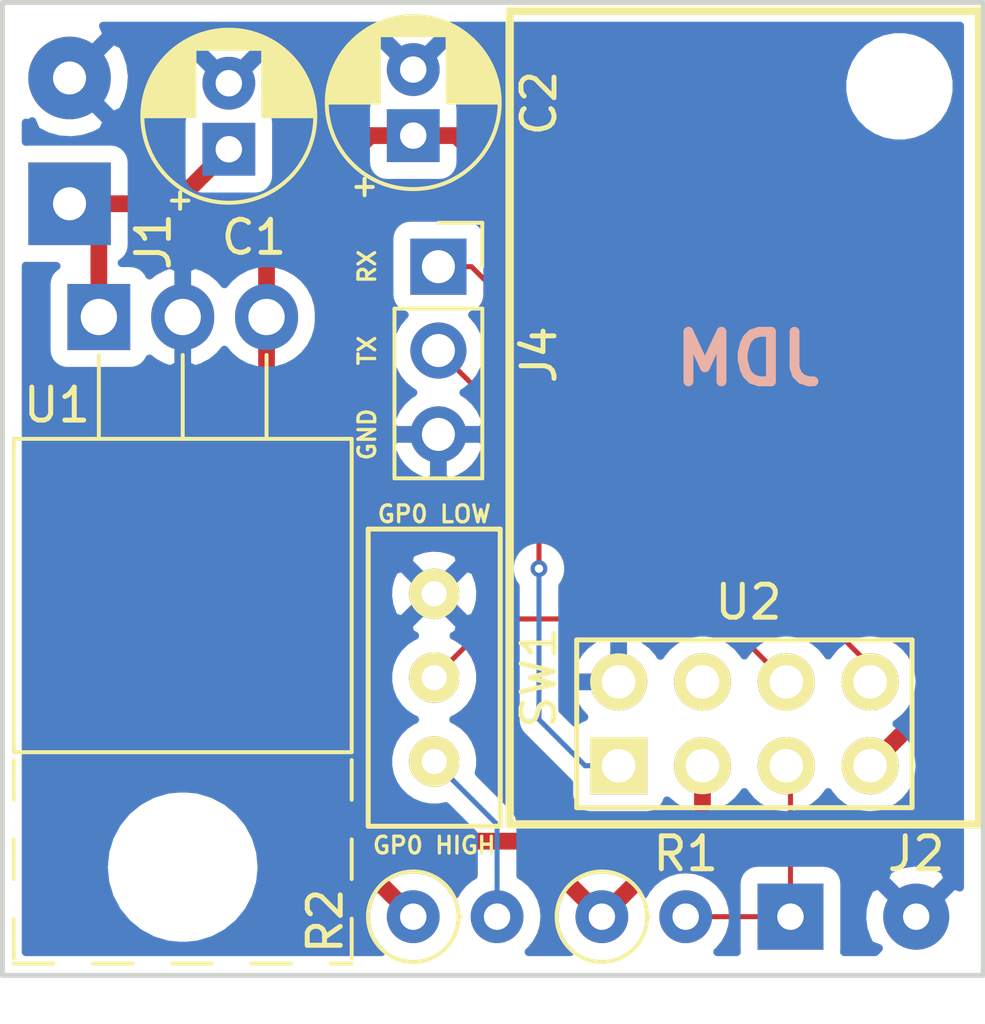
<source format=kicad_pcb>
(kicad_pcb (version 20171130) (host pcbnew "(5.1.4-0-10_14)")

  (general
    (thickness 1.6)
    (drawings 10)
    (tracks 41)
    (zones 0)
    (modules 11)
    (nets 10)
  )

  (page A4)
  (layers
    (0 F.Cu signal)
    (31 B.Cu signal)
    (34 B.Paste user)
    (35 F.Paste user)
    (36 B.SilkS user)
    (37 F.SilkS user)
    (38 B.Mask user)
    (39 F.Mask user)
    (40 Dwgs.User user)
    (41 Cmts.User user)
    (42 Eco1.User user)
    (43 Eco2.User user)
    (44 Edge.Cuts user)
    (45 Margin user)
    (46 B.CrtYd user)
    (47 F.CrtYd user)
  )

  (setup
    (last_trace_width 0.1524)
    (user_trace_width 0.254)
    (user_trace_width 0.381)
    (user_trace_width 0.508)
    (user_trace_width 0.8128)
    (trace_clearance 0.1524)
    (zone_clearance 0.508)
    (zone_45_only yes)
    (trace_min 0.1524)
    (via_size 0.508)
    (via_drill 0.254)
    (via_min_size 0.508)
    (via_min_drill 0.254)
    (uvia_size 0.508)
    (uvia_drill 0.254)
    (uvias_allowed no)
    (uvia_min_size 0.508)
    (uvia_min_drill 0.254)
    (edge_width 0.15)
    (segment_width 0.2)
    (pcb_text_width 0.3)
    (pcb_text_size 1.5 1.5)
    (mod_edge_width 0.15)
    (mod_text_size 1 1)
    (mod_text_width 0.15)
    (pad_size 1.524 1.524)
    (pad_drill 0.762)
    (pad_to_mask_clearance 0.0508)
    (solder_mask_min_width 0.1016)
    (aux_axis_origin 0 0)
    (visible_elements FFFFFF7F)
    (pcbplotparams
      (layerselection 0x010fc_ffffffff)
      (usegerberextensions false)
      (usegerberattributes false)
      (usegerberadvancedattributes false)
      (creategerberjobfile false)
      (excludeedgelayer true)
      (linewidth 0.100000)
      (plotframeref false)
      (viasonmask false)
      (mode 1)
      (useauxorigin false)
      (hpglpennumber 1)
      (hpglpenspeed 20)
      (hpglpendiameter 15.000000)
      (psnegative false)
      (psa4output false)
      (plotreference true)
      (plotvalue true)
      (plotinvisibletext false)
      (padsonsilk false)
      (subtractmaskfromsilk false)
      (outputformat 1)
      (mirror false)
      (drillshape 1)
      (scaleselection 1)
      (outputdirectory ""))
  )

  (net 0 "")
  (net 1 GND)
  (net 2 VCC)
  (net 3 +3V3)
  (net 4 /RX)
  (net 5 /TX)
  (net 6 "Net-(R2-Pad2)")
  (net 7 "Net-(SW1-Pad2)")
  (net 8 "Net-(U2-Pad4)")
  (net 9 "Net-(J2-Pad1)")

  (net_class Default "This is the default net class."
    (clearance 0.1524)
    (trace_width 0.1524)
    (via_dia 0.508)
    (via_drill 0.254)
    (uvia_dia 0.508)
    (uvia_drill 0.254)
    (diff_pair_width 0.1524)
    (diff_pair_gap 0.1524)
    (add_net +3V3)
    (add_net /RX)
    (add_net /TX)
    (add_net GND)
    (add_net "Net-(J2-Pad1)")
    (add_net "Net-(R2-Pad2)")
    (add_net "Net-(SW1-Pad2)")
    (add_net "Net-(U2-Pad4)")
    (add_net VCC)
  )

  (module Connector_PinSocket_2.54mm:PinSocket_1x03_P2.54mm_Vertical (layer F.Cu) (tedit 5A19A429) (tstamp 5DDF75F8)
    (at 126.492 93.091)
    (descr "Through hole straight socket strip, 1x03, 2.54mm pitch, single row (from Kicad 4.0.7), script generated")
    (tags "Through hole socket strip THT 1x03 2.54mm single row")
    (path /5DDF2A3C)
    (fp_text reference J4 (at 3.048 2.667 90) (layer F.SilkS)
      (effects (font (size 1 1) (thickness 0.15)))
    )
    (fp_text value Conn_01x03_Female (at 0 7.85) (layer F.Fab)
      (effects (font (size 1 1) (thickness 0.15)))
    )
    (fp_text user %R (at 0 2.54 90) (layer F.Fab)
      (effects (font (size 1 1) (thickness 0.15)))
    )
    (fp_line (start -1.8 6.85) (end -1.8 -1.8) (layer F.CrtYd) (width 0.05))
    (fp_line (start 1.75 6.85) (end -1.8 6.85) (layer F.CrtYd) (width 0.05))
    (fp_line (start 1.75 -1.8) (end 1.75 6.85) (layer F.CrtYd) (width 0.05))
    (fp_line (start -1.8 -1.8) (end 1.75 -1.8) (layer F.CrtYd) (width 0.05))
    (fp_line (start 0 -1.33) (end 1.33 -1.33) (layer F.SilkS) (width 0.12))
    (fp_line (start 1.33 -1.33) (end 1.33 0) (layer F.SilkS) (width 0.12))
    (fp_line (start 1.33 1.27) (end 1.33 6.41) (layer F.SilkS) (width 0.12))
    (fp_line (start -1.33 6.41) (end 1.33 6.41) (layer F.SilkS) (width 0.12))
    (fp_line (start -1.33 1.27) (end -1.33 6.41) (layer F.SilkS) (width 0.12))
    (fp_line (start -1.33 1.27) (end 1.33 1.27) (layer F.SilkS) (width 0.12))
    (fp_line (start -1.27 6.35) (end -1.27 -1.27) (layer F.Fab) (width 0.1))
    (fp_line (start 1.27 6.35) (end -1.27 6.35) (layer F.Fab) (width 0.1))
    (fp_line (start 1.27 -0.635) (end 1.27 6.35) (layer F.Fab) (width 0.1))
    (fp_line (start 0.635 -1.27) (end 1.27 -0.635) (layer F.Fab) (width 0.1))
    (fp_line (start -1.27 -1.27) (end 0.635 -1.27) (layer F.Fab) (width 0.1))
    (pad 3 thru_hole oval (at 0 5.08) (size 1.7 1.7) (drill 1) (layers *.Cu *.Mask)
      (net 1 GND))
    (pad 2 thru_hole oval (at 0 2.54) (size 1.7 1.7) (drill 1) (layers *.Cu *.Mask)
      (net 5 /TX))
    (pad 1 thru_hole rect (at 0 0) (size 1.7 1.7) (drill 1) (layers *.Cu *.Mask)
      (net 4 /RX))
    (model ${KISYS3DMOD}/Connector_PinSocket_2.54mm.3dshapes/PinSocket_1x03_P2.54mm_Vertical.wrl
      (at (xyz 0 0 0))
      (scale (xyz 1 1 1))
      (rotate (xyz 0 0 0))
    )
  )

  (module Connector_Wire:SolderWirePad_1x02_P3.81mm_Drill1mm (layer F.Cu) (tedit 5AEE5F04) (tstamp 5D52828F)
    (at 115.316 91.186 90)
    (descr "Wire solder connection")
    (tags connector)
    (path /5D54C729)
    (attr virtual)
    (fp_text reference J1 (at -1.143 2.54 90) (layer F.SilkS)
      (effects (font (size 1 1) (thickness 0.15)))
    )
    (fp_text value Conn_01x02 (at 1.905 3.81 90) (layer F.Fab)
      (effects (font (size 1 1) (thickness 0.15)))
    )
    (fp_line (start 5.56 1.75) (end -1.74 1.75) (layer F.CrtYd) (width 0.05))
    (fp_line (start 5.56 1.75) (end 5.56 -1.75) (layer F.CrtYd) (width 0.05))
    (fp_line (start -1.74 -1.75) (end -1.74 1.75) (layer F.CrtYd) (width 0.05))
    (fp_line (start -1.74 -1.75) (end 5.56 -1.75) (layer F.CrtYd) (width 0.05))
    (fp_text user %R (at 1.905 0 90) (layer F.Fab)
      (effects (font (size 1 1) (thickness 0.15)))
    )
    (pad 2 thru_hole circle (at 3.81 0 90) (size 2.49936 2.49936) (drill 1.00076) (layers *.Cu *.Mask)
      (net 1 GND))
    (pad 1 thru_hole rect (at 0 0 90) (size 2.49936 2.49936) (drill 1.00076) (layers *.Cu *.Mask)
      (net 2 VCC))
  )

  (module Connector_Wire:SolderWirePad_1x02_P3.81mm_Drill0.8mm (layer F.Cu) (tedit 5AEE54BF) (tstamp 5D52829A)
    (at 137.16 112.776)
    (descr "Wire solder connection")
    (tags connector)
    (path /5D54BDDD)
    (attr virtual)
    (fp_text reference J2 (at 3.81 -1.905 180) (layer F.SilkS)
      (effects (font (size 1 1) (thickness 0.15)))
    )
    (fp_text value Conn_01x02 (at 1.905 2.54) (layer F.Fab)
      (effects (font (size 1 1) (thickness 0.15)))
    )
    (fp_line (start 5.31 1.5) (end -1.49 1.5) (layer F.CrtYd) (width 0.05))
    (fp_line (start 5.31 1.5) (end 5.31 -1.5) (layer F.CrtYd) (width 0.05))
    (fp_line (start -1.49 -1.5) (end -1.49 1.5) (layer F.CrtYd) (width 0.05))
    (fp_line (start -1.49 -1.5) (end 5.31 -1.5) (layer F.CrtYd) (width 0.05))
    (fp_text user %R (at 1.905 0) (layer F.Fab)
      (effects (font (size 1 1) (thickness 0.15)))
    )
    (pad 2 thru_hole circle (at 3.81 0) (size 1.99898 1.99898) (drill 0.8001) (layers *.Cu *.Mask)
      (net 1 GND))
    (pad 1 thru_hole rect (at 0 0) (size 1.99898 1.99898) (drill 0.8001) (layers *.Cu *.Mask)
      (net 9 "Net-(J2-Pad1)"))
  )

  (module MountingHole:MountingHole_2.2mm_M2_DIN965 (layer F.Cu) (tedit 56D1B4CB) (tstamp 5D51A530)
    (at 140.462 87.63)
    (descr "Mounting Hole 2.2mm, no annular, M2, DIN965")
    (tags "mounting hole 2.2mm no annular m2 din965")
    (attr virtual)
    (fp_text reference REF** (at -2.54 0 90) (layer F.SilkS) hide
      (effects (font (size 1 1) (thickness 0.15)))
    )
    (fp_text value MountingHole_2.2mm_M2_DIN965 (at 0 2.9) (layer F.Fab)
      (effects (font (size 1 1) (thickness 0.15)))
    )
    (fp_circle (center 0 0) (end 2.15 0) (layer F.CrtYd) (width 0.05))
    (fp_circle (center 0 0) (end 1.9 0) (layer Cmts.User) (width 0.15))
    (fp_text user %R (at 0.3 0) (layer F.Fab)
      (effects (font (size 1 1) (thickness 0.15)))
    )
    (pad 1 np_thru_hole circle (at 0 0) (size 2.2 2.2) (drill 2.2) (layers *.Cu *.Mask))
  )

  (module ESP8266:ESP-01 (layer F.Cu) (tedit 577EF889) (tstamp 5DDF813C)
    (at 131.953 108.204 90)
    (descr "Module, ESP-8266, ESP-01, 8 pin")
    (tags "Module ESP-8266 ESP8266")
    (path /5D50807A)
    (fp_text reference U2 (at 4.953 3.937 180) (layer F.SilkS)
      (effects (font (size 1 1) (thickness 0.15)))
    )
    (fp_text value ESP-01v090 (at 12.192 3.556 90) (layer F.Fab)
      (effects (font (size 1 1) (thickness 0.15)))
    )
    (fp_line (start 3.81 -1.27) (end 1.27 -1.27) (layer F.SilkS) (width 0.1524))
    (fp_line (start 3.81 8.89) (end 3.81 -1.27) (layer F.SilkS) (width 0.1524))
    (fp_line (start -1.27 8.89) (end 3.81 8.89) (layer F.SilkS) (width 0.1524))
    (fp_line (start -1.27 1.27) (end -1.27 8.89) (layer F.SilkS) (width 0.1524))
    (fp_line (start -1.75 9.4) (end 4.3 9.4) (layer F.CrtYd) (width 0.05))
    (fp_line (start -1.75 -1.75) (end 4.3 -1.75) (layer F.CrtYd) (width 0.05))
    (fp_line (start 4.3 -1.75) (end 4.3 9.4) (layer F.CrtYd) (width 0.05))
    (fp_line (start -1.75 -1.75) (end -1.75 9.4) (layer F.CrtYd) (width 0.05))
    (fp_line (start -1.27 -1.27) (end -1.27 1.27) (layer F.SilkS) (width 0.1524))
    (fp_line (start 1.27 -1.27) (end -1.27 -1.27) (layer F.SilkS) (width 0.1524))
    (fp_line (start -1.778 10.922) (end -1.778 -3.302) (layer F.Fab) (width 0.05))
    (fp_line (start 22.86 10.922) (end -1.778 10.922) (layer F.Fab) (width 0.05))
    (fp_line (start 22.86 -3.302) (end 22.86 10.922) (layer F.Fab) (width 0.05))
    (fp_line (start -1.778 -3.302) (end 22.86 -3.302) (layer F.Fab) (width 0.05))
    (fp_line (start -1.778 10.922) (end -1.778 -3.302) (layer F.SilkS) (width 0.254))
    (fp_line (start 22.86 10.922) (end -1.778 10.922) (layer F.SilkS) (width 0.254))
    (fp_line (start 22.86 -3.302) (end 22.86 10.922) (layer F.SilkS) (width 0.254))
    (fp_line (start -1.778 -3.302) (end 22.86 -3.302) (layer F.SilkS) (width 0.254))
    (pad 8 thru_hole oval (at 2.54 7.62 90) (size 1.7272 1.7272) (drill 1.016) (layers *.Cu *.Mask F.SilkS)
      (net 4 /RX))
    (pad 7 thru_hole oval (at 0 7.62 90) (size 1.7272 1.7272) (drill 1.016) (layers *.Cu *.Mask F.SilkS)
      (net 3 +3V3))
    (pad 6 thru_hole oval (at 2.54 5.08 90) (size 1.7272 1.7272) (drill 1.016) (layers *.Cu *.Mask F.SilkS)
      (net 7 "Net-(SW1-Pad2)"))
    (pad 5 thru_hole oval (at 0 5.08 90) (size 1.7272 1.7272) (drill 1.016) (layers *.Cu *.Mask F.SilkS)
      (net 9 "Net-(J2-Pad1)"))
    (pad 4 thru_hole oval (at 2.54 2.54 90) (size 1.7272 1.7272) (drill 1.016) (layers *.Cu *.Mask F.SilkS)
      (net 8 "Net-(U2-Pad4)"))
    (pad 3 thru_hole oval (at 0 2.54 90) (size 1.7272 1.7272) (drill 1.016) (layers *.Cu *.Mask F.SilkS)
      (net 3 +3V3))
    (pad 2 thru_hole oval (at 2.54 0 90) (size 1.7272 1.7272) (drill 1.016) (layers *.Cu *.Mask F.SilkS)
      (net 1 GND))
    (pad 1 thru_hole rect (at 0 0 90) (size 1.7272 1.7272) (drill 1.016) (layers *.Cu *.Mask F.SilkS)
      (net 5 /TX))
  )

  (module Package_TO_SOT_THT:TO-220-3_Horizontal_TabUp (layer F.Cu) (tedit 5AC8BA0D) (tstamp 5D517154)
    (at 116.205 94.615)
    (descr "TO-220-3, Horizontal, RM 2.54mm, see https://www.vishay.com/docs/66542/to-220-1.pdf")
    (tags "TO-220-3 Horizontal RM 2.54mm")
    (path /5D50D166)
    (fp_text reference U1 (at -1.27 2.667) (layer F.SilkS)
      (effects (font (size 1 1) (thickness 0.15)))
    )
    (fp_text value MCP1826S (at 2.54 -2) (layer F.Fab)
      (effects (font (size 1 1) (thickness 0.15)))
    )
    (fp_text user %R (at 2.54 20.58) (layer F.Fab)
      (effects (font (size 1 1) (thickness 0.15)))
    )
    (fp_line (start 7.79 -1.25) (end -2.71 -1.25) (layer F.CrtYd) (width 0.05))
    (fp_line (start 7.79 19.71) (end 7.79 -1.25) (layer F.CrtYd) (width 0.05))
    (fp_line (start -2.71 19.71) (end 7.79 19.71) (layer F.CrtYd) (width 0.05))
    (fp_line (start -2.71 -1.25) (end -2.71 19.71) (layer F.CrtYd) (width 0.05))
    (fp_line (start 5.08 1.15) (end 5.08 3.69) (layer F.SilkS) (width 0.12))
    (fp_line (start 2.54 1.15) (end 2.54 3.69) (layer F.SilkS) (width 0.12))
    (fp_line (start 0 1.15) (end 0 3.69) (layer F.SilkS) (width 0.12))
    (fp_line (start 7.66 18.22) (end 7.66 19.42) (layer F.SilkS) (width 0.12))
    (fp_line (start 7.66 15.82) (end 7.66 17.02) (layer F.SilkS) (width 0.12))
    (fp_line (start 7.66 13.42) (end 7.66 14.62) (layer F.SilkS) (width 0.12))
    (fp_line (start -2.58 18.22) (end -2.58 19.42) (layer F.SilkS) (width 0.12))
    (fp_line (start -2.58 15.82) (end -2.58 17.02) (layer F.SilkS) (width 0.12))
    (fp_line (start -2.58 13.42) (end -2.58 14.62) (layer F.SilkS) (width 0.12))
    (fp_line (start 7.02 19.58) (end 7.66 19.58) (layer F.SilkS) (width 0.12))
    (fp_line (start 4.62 19.58) (end 5.82 19.58) (layer F.SilkS) (width 0.12))
    (fp_line (start 2.22 19.58) (end 3.42 19.58) (layer F.SilkS) (width 0.12))
    (fp_line (start -0.181 19.58) (end 1.02 19.58) (layer F.SilkS) (width 0.12))
    (fp_line (start -2.58 19.58) (end -1.38 19.58) (layer F.SilkS) (width 0.12))
    (fp_line (start 7.66 3.69) (end 7.66 13.18) (layer F.SilkS) (width 0.12))
    (fp_line (start -2.58 3.69) (end -2.58 13.18) (layer F.SilkS) (width 0.12))
    (fp_line (start -2.58 13.18) (end 7.66 13.18) (layer F.SilkS) (width 0.12))
    (fp_line (start -2.58 3.69) (end 7.66 3.69) (layer F.SilkS) (width 0.12))
    (fp_line (start 5.08 3.81) (end 5.08 0) (layer F.Fab) (width 0.1))
    (fp_line (start 2.54 3.81) (end 2.54 0) (layer F.Fab) (width 0.1))
    (fp_line (start 0 3.81) (end 0 0) (layer F.Fab) (width 0.1))
    (fp_line (start 7.54 3.81) (end -2.46 3.81) (layer F.Fab) (width 0.1))
    (fp_line (start 7.54 13.06) (end 7.54 3.81) (layer F.Fab) (width 0.1))
    (fp_line (start -2.46 13.06) (end 7.54 13.06) (layer F.Fab) (width 0.1))
    (fp_line (start -2.46 3.81) (end -2.46 13.06) (layer F.Fab) (width 0.1))
    (fp_line (start 7.54 13.06) (end -2.46 13.06) (layer F.Fab) (width 0.1))
    (fp_line (start 7.54 19.46) (end 7.54 13.06) (layer F.Fab) (width 0.1))
    (fp_line (start -2.46 19.46) (end 7.54 19.46) (layer F.Fab) (width 0.1))
    (fp_line (start -2.46 13.06) (end -2.46 19.46) (layer F.Fab) (width 0.1))
    (fp_circle (center 2.54 16.66) (end 4.39 16.66) (layer F.Fab) (width 0.1))
    (pad 3 thru_hole oval (at 5.08 0) (size 1.905 2) (drill 1.1) (layers *.Cu *.Mask)
      (net 3 +3V3))
    (pad 2 thru_hole oval (at 2.54 0) (size 1.905 2) (drill 1.1) (layers *.Cu *.Mask)
      (net 1 GND))
    (pad 1 thru_hole rect (at 0 0) (size 1.905 2) (drill 1.1) (layers *.Cu *.Mask)
      (net 2 VCC))
    (pad "" np_thru_hole oval (at 2.54 16.66) (size 3.5 3.5) (drill 3.5) (layers *.Cu *.Mask))
    (model ${KISYS3DMOD}/Package_TO_SOT_THT.3dshapes/TO-220-3_Horizontal_TabUp.wrl
      (at (xyz 0 0 0))
      (scale (xyz 1 1 1))
      (rotate (xyz 0 0 0))
    )
  )

  (module lifxSwitch:SPDT_THT_Slide_SW (layer F.Cu) (tedit 5D508DE3) (tstamp 5DDF8F9A)
    (at 126.365 105.537 90)
    (path /5D51F3EA)
    (fp_text reference SW1 (at 0 3.175 90) (layer F.SilkS)
      (effects (font (size 1 1) (thickness 0.15)))
    )
    (fp_text value SW_SPDT (at 0 -3.81 90) (layer F.Fab)
      (effects (font (size 1 1) (thickness 0.15)))
    )
    (fp_line (start 4.5 2) (end -4.5 2) (layer F.SilkS) (width 0.15))
    (fp_line (start -4.5 -2) (end 4.5 -2) (layer F.SilkS) (width 0.15))
    (fp_line (start 4.5 -2) (end 4.5 2) (layer F.SilkS) (width 0.15))
    (fp_line (start -4.5 -2) (end -4.5 2) (layer F.SilkS) (width 0.15))
    (pad 3 thru_hole circle (at 2.54 0 90) (size 1.524 1.524) (drill 0.762) (layers *.Cu *.Mask F.SilkS)
      (net 1 GND))
    (pad 1 thru_hole circle (at -2.54 0 90) (size 1.524 1.524) (drill 0.762) (layers *.Cu *.Mask F.SilkS)
      (net 6 "Net-(R2-Pad2)"))
    (pad 2 thru_hole circle (at 0 0 90) (size 1.524 1.524) (drill 0.762) (layers *.Cu *.Mask F.SilkS)
      (net 7 "Net-(SW1-Pad2)"))
    (model /Applications/Kicad/Libraries/Assorted_Components.pretty/Adafruit_SPDT_Slide_SW.wrl
      (at (xyz 0 0 0))
      (scale (xyz 0.3937007874 0.3937007874 0.3937007874))
      (rotate (xyz 0 0 0))
    )
  )

  (module Resistor_THT:R_Axial_DIN0207_L6.3mm_D2.5mm_P2.54mm_Vertical (layer F.Cu) (tedit 5AE5139B) (tstamp 5D51711E)
    (at 125.73 112.776)
    (descr "Resistor, Axial_DIN0207 series, Axial, Vertical, pin pitch=2.54mm, 0.25W = 1/4W, length*diameter=6.3*2.5mm^2, http://cdn-reichelt.de/documents/datenblatt/B400/1_4W%23YAG.pdf")
    (tags "Resistor Axial_DIN0207 series Axial Vertical pin pitch 2.54mm 0.25W = 1/4W length 6.3mm diameter 2.5mm")
    (path /5D5234C7)
    (fp_text reference R2 (at -2.667 0.127 270) (layer F.SilkS)
      (effects (font (size 1 1) (thickness 0.15)))
    )
    (fp_text value 1.2k (at 1.27 2.37) (layer F.Fab)
      (effects (font (size 1 1) (thickness 0.15)))
    )
    (fp_text user %R (at 1.27 -2.37) (layer F.Fab)
      (effects (font (size 1 1) (thickness 0.15)))
    )
    (fp_line (start 3.59 -1.5) (end -1.5 -1.5) (layer F.CrtYd) (width 0.05))
    (fp_line (start 3.59 1.5) (end 3.59 -1.5) (layer F.CrtYd) (width 0.05))
    (fp_line (start -1.5 1.5) (end 3.59 1.5) (layer F.CrtYd) (width 0.05))
    (fp_line (start -1.5 -1.5) (end -1.5 1.5) (layer F.CrtYd) (width 0.05))
    (fp_line (start 1.37 0) (end 1.44 0) (layer F.SilkS) (width 0.12))
    (fp_line (start 0 0) (end 2.54 0) (layer F.Fab) (width 0.1))
    (fp_circle (center 0 0) (end 1.37 0) (layer F.SilkS) (width 0.12))
    (fp_circle (center 0 0) (end 1.25 0) (layer F.Fab) (width 0.1))
    (pad 2 thru_hole oval (at 2.54 0) (size 1.6 1.6) (drill 0.8) (layers *.Cu *.Mask)
      (net 6 "Net-(R2-Pad2)"))
    (pad 1 thru_hole circle (at 0 0) (size 1.6 1.6) (drill 0.8) (layers *.Cu *.Mask)
      (net 3 +3V3))
    (model ${KISYS3DMOD}/Resistor_THT.3dshapes/R_Axial_DIN0207_L6.3mm_D2.5mm_P2.54mm_Vertical.wrl
      (at (xyz 0 0 0))
      (scale (xyz 1 1 1))
      (rotate (xyz 0 0 0))
    )
  )

  (module Resistor_THT:R_Axial_DIN0207_L6.3mm_D2.5mm_P2.54mm_Vertical (layer F.Cu) (tedit 5AE5139B) (tstamp 5D51710F)
    (at 131.445 112.776)
    (descr "Resistor, Axial_DIN0207 series, Axial, Vertical, pin pitch=2.54mm, 0.25W = 1/4W, length*diameter=6.3*2.5mm^2, http://cdn-reichelt.de/documents/datenblatt/B400/1_4W%23YAG.pdf")
    (tags "Resistor Axial_DIN0207 series Axial Vertical pin pitch 2.54mm 0.25W = 1/4W length 6.3mm diameter 2.5mm")
    (path /5D535C9E)
    (fp_text reference R1 (at 2.54 -1.905) (layer F.SilkS)
      (effects (font (size 1 1) (thickness 0.15)))
    )
    (fp_text value 1k (at 1.27 2.37) (layer F.Fab)
      (effects (font (size 1 1) (thickness 0.15)))
    )
    (fp_text user %R (at 1.27 -2.37) (layer F.Fab)
      (effects (font (size 1 1) (thickness 0.15)))
    )
    (fp_line (start 3.59 -1.5) (end -1.5 -1.5) (layer F.CrtYd) (width 0.05))
    (fp_line (start 3.59 1.5) (end 3.59 -1.5) (layer F.CrtYd) (width 0.05))
    (fp_line (start -1.5 1.5) (end 3.59 1.5) (layer F.CrtYd) (width 0.05))
    (fp_line (start -1.5 -1.5) (end -1.5 1.5) (layer F.CrtYd) (width 0.05))
    (fp_line (start 1.37 0) (end 1.44 0) (layer F.SilkS) (width 0.12))
    (fp_line (start 0 0) (end 2.54 0) (layer F.Fab) (width 0.1))
    (fp_circle (center 0 0) (end 1.37 0) (layer F.SilkS) (width 0.12))
    (fp_circle (center 0 0) (end 1.25 0) (layer F.Fab) (width 0.1))
    (pad 2 thru_hole oval (at 2.54 0) (size 1.6 1.6) (drill 0.8) (layers *.Cu *.Mask)
      (net 9 "Net-(J2-Pad1)"))
    (pad 1 thru_hole circle (at 0 0) (size 1.6 1.6) (drill 0.8) (layers *.Cu *.Mask)
      (net 3 +3V3))
    (model ${KISYS3DMOD}/Resistor_THT.3dshapes/R_Axial_DIN0207_L6.3mm_D2.5mm_P2.54mm_Vertical.wrl
      (at (xyz 0 0 0))
      (scale (xyz 1 1 1))
      (rotate (xyz 0 0 0))
    )
  )

  (module Capacitor_THT:CP_Radial_D5.0mm_P2.00mm (layer F.Cu) (tedit 5AE50EF0) (tstamp 5D5170C0)
    (at 125.73 89.122 90)
    (descr "CP, Radial series, Radial, pin pitch=2.00mm, , diameter=5mm, Electrolytic Capacitor")
    (tags "CP Radial series Radial pin pitch 2.00mm  diameter 5mm Electrolytic Capacitor")
    (path /5D510B2E)
    (fp_text reference C2 (at 0.984 3.81 270) (layer F.SilkS)
      (effects (font (size 1 1) (thickness 0.15)))
    )
    (fp_text value 1u (at 1 3.75 90) (layer F.Fab)
      (effects (font (size 1 1) (thickness 0.15)))
    )
    (fp_text user %R (at 1 0 90) (layer F.Fab)
      (effects (font (size 1 1) (thickness 0.15)))
    )
    (fp_line (start -1.554775 -1.725) (end -1.554775 -1.225) (layer F.SilkS) (width 0.12))
    (fp_line (start -1.804775 -1.475) (end -1.304775 -1.475) (layer F.SilkS) (width 0.12))
    (fp_line (start 3.601 -0.284) (end 3.601 0.284) (layer F.SilkS) (width 0.12))
    (fp_line (start 3.561 -0.518) (end 3.561 0.518) (layer F.SilkS) (width 0.12))
    (fp_line (start 3.521 -0.677) (end 3.521 0.677) (layer F.SilkS) (width 0.12))
    (fp_line (start 3.481 -0.805) (end 3.481 0.805) (layer F.SilkS) (width 0.12))
    (fp_line (start 3.441 -0.915) (end 3.441 0.915) (layer F.SilkS) (width 0.12))
    (fp_line (start 3.401 -1.011) (end 3.401 1.011) (layer F.SilkS) (width 0.12))
    (fp_line (start 3.361 -1.098) (end 3.361 1.098) (layer F.SilkS) (width 0.12))
    (fp_line (start 3.321 -1.178) (end 3.321 1.178) (layer F.SilkS) (width 0.12))
    (fp_line (start 3.281 -1.251) (end 3.281 1.251) (layer F.SilkS) (width 0.12))
    (fp_line (start 3.241 -1.319) (end 3.241 1.319) (layer F.SilkS) (width 0.12))
    (fp_line (start 3.201 -1.383) (end 3.201 1.383) (layer F.SilkS) (width 0.12))
    (fp_line (start 3.161 -1.443) (end 3.161 1.443) (layer F.SilkS) (width 0.12))
    (fp_line (start 3.121 -1.5) (end 3.121 1.5) (layer F.SilkS) (width 0.12))
    (fp_line (start 3.081 -1.554) (end 3.081 1.554) (layer F.SilkS) (width 0.12))
    (fp_line (start 3.041 -1.605) (end 3.041 1.605) (layer F.SilkS) (width 0.12))
    (fp_line (start 3.001 1.04) (end 3.001 1.653) (layer F.SilkS) (width 0.12))
    (fp_line (start 3.001 -1.653) (end 3.001 -1.04) (layer F.SilkS) (width 0.12))
    (fp_line (start 2.961 1.04) (end 2.961 1.699) (layer F.SilkS) (width 0.12))
    (fp_line (start 2.961 -1.699) (end 2.961 -1.04) (layer F.SilkS) (width 0.12))
    (fp_line (start 2.921 1.04) (end 2.921 1.743) (layer F.SilkS) (width 0.12))
    (fp_line (start 2.921 -1.743) (end 2.921 -1.04) (layer F.SilkS) (width 0.12))
    (fp_line (start 2.881 1.04) (end 2.881 1.785) (layer F.SilkS) (width 0.12))
    (fp_line (start 2.881 -1.785) (end 2.881 -1.04) (layer F.SilkS) (width 0.12))
    (fp_line (start 2.841 1.04) (end 2.841 1.826) (layer F.SilkS) (width 0.12))
    (fp_line (start 2.841 -1.826) (end 2.841 -1.04) (layer F.SilkS) (width 0.12))
    (fp_line (start 2.801 1.04) (end 2.801 1.864) (layer F.SilkS) (width 0.12))
    (fp_line (start 2.801 -1.864) (end 2.801 -1.04) (layer F.SilkS) (width 0.12))
    (fp_line (start 2.761 1.04) (end 2.761 1.901) (layer F.SilkS) (width 0.12))
    (fp_line (start 2.761 -1.901) (end 2.761 -1.04) (layer F.SilkS) (width 0.12))
    (fp_line (start 2.721 1.04) (end 2.721 1.937) (layer F.SilkS) (width 0.12))
    (fp_line (start 2.721 -1.937) (end 2.721 -1.04) (layer F.SilkS) (width 0.12))
    (fp_line (start 2.681 1.04) (end 2.681 1.971) (layer F.SilkS) (width 0.12))
    (fp_line (start 2.681 -1.971) (end 2.681 -1.04) (layer F.SilkS) (width 0.12))
    (fp_line (start 2.641 1.04) (end 2.641 2.004) (layer F.SilkS) (width 0.12))
    (fp_line (start 2.641 -2.004) (end 2.641 -1.04) (layer F.SilkS) (width 0.12))
    (fp_line (start 2.601 1.04) (end 2.601 2.035) (layer F.SilkS) (width 0.12))
    (fp_line (start 2.601 -2.035) (end 2.601 -1.04) (layer F.SilkS) (width 0.12))
    (fp_line (start 2.561 1.04) (end 2.561 2.065) (layer F.SilkS) (width 0.12))
    (fp_line (start 2.561 -2.065) (end 2.561 -1.04) (layer F.SilkS) (width 0.12))
    (fp_line (start 2.521 1.04) (end 2.521 2.095) (layer F.SilkS) (width 0.12))
    (fp_line (start 2.521 -2.095) (end 2.521 -1.04) (layer F.SilkS) (width 0.12))
    (fp_line (start 2.481 1.04) (end 2.481 2.122) (layer F.SilkS) (width 0.12))
    (fp_line (start 2.481 -2.122) (end 2.481 -1.04) (layer F.SilkS) (width 0.12))
    (fp_line (start 2.441 1.04) (end 2.441 2.149) (layer F.SilkS) (width 0.12))
    (fp_line (start 2.441 -2.149) (end 2.441 -1.04) (layer F.SilkS) (width 0.12))
    (fp_line (start 2.401 1.04) (end 2.401 2.175) (layer F.SilkS) (width 0.12))
    (fp_line (start 2.401 -2.175) (end 2.401 -1.04) (layer F.SilkS) (width 0.12))
    (fp_line (start 2.361 1.04) (end 2.361 2.2) (layer F.SilkS) (width 0.12))
    (fp_line (start 2.361 -2.2) (end 2.361 -1.04) (layer F.SilkS) (width 0.12))
    (fp_line (start 2.321 1.04) (end 2.321 2.224) (layer F.SilkS) (width 0.12))
    (fp_line (start 2.321 -2.224) (end 2.321 -1.04) (layer F.SilkS) (width 0.12))
    (fp_line (start 2.281 1.04) (end 2.281 2.247) (layer F.SilkS) (width 0.12))
    (fp_line (start 2.281 -2.247) (end 2.281 -1.04) (layer F.SilkS) (width 0.12))
    (fp_line (start 2.241 1.04) (end 2.241 2.268) (layer F.SilkS) (width 0.12))
    (fp_line (start 2.241 -2.268) (end 2.241 -1.04) (layer F.SilkS) (width 0.12))
    (fp_line (start 2.201 1.04) (end 2.201 2.29) (layer F.SilkS) (width 0.12))
    (fp_line (start 2.201 -2.29) (end 2.201 -1.04) (layer F.SilkS) (width 0.12))
    (fp_line (start 2.161 1.04) (end 2.161 2.31) (layer F.SilkS) (width 0.12))
    (fp_line (start 2.161 -2.31) (end 2.161 -1.04) (layer F.SilkS) (width 0.12))
    (fp_line (start 2.121 1.04) (end 2.121 2.329) (layer F.SilkS) (width 0.12))
    (fp_line (start 2.121 -2.329) (end 2.121 -1.04) (layer F.SilkS) (width 0.12))
    (fp_line (start 2.081 1.04) (end 2.081 2.348) (layer F.SilkS) (width 0.12))
    (fp_line (start 2.081 -2.348) (end 2.081 -1.04) (layer F.SilkS) (width 0.12))
    (fp_line (start 2.041 1.04) (end 2.041 2.365) (layer F.SilkS) (width 0.12))
    (fp_line (start 2.041 -2.365) (end 2.041 -1.04) (layer F.SilkS) (width 0.12))
    (fp_line (start 2.001 1.04) (end 2.001 2.382) (layer F.SilkS) (width 0.12))
    (fp_line (start 2.001 -2.382) (end 2.001 -1.04) (layer F.SilkS) (width 0.12))
    (fp_line (start 1.961 1.04) (end 1.961 2.398) (layer F.SilkS) (width 0.12))
    (fp_line (start 1.961 -2.398) (end 1.961 -1.04) (layer F.SilkS) (width 0.12))
    (fp_line (start 1.921 1.04) (end 1.921 2.414) (layer F.SilkS) (width 0.12))
    (fp_line (start 1.921 -2.414) (end 1.921 -1.04) (layer F.SilkS) (width 0.12))
    (fp_line (start 1.881 1.04) (end 1.881 2.428) (layer F.SilkS) (width 0.12))
    (fp_line (start 1.881 -2.428) (end 1.881 -1.04) (layer F.SilkS) (width 0.12))
    (fp_line (start 1.841 1.04) (end 1.841 2.442) (layer F.SilkS) (width 0.12))
    (fp_line (start 1.841 -2.442) (end 1.841 -1.04) (layer F.SilkS) (width 0.12))
    (fp_line (start 1.801 1.04) (end 1.801 2.455) (layer F.SilkS) (width 0.12))
    (fp_line (start 1.801 -2.455) (end 1.801 -1.04) (layer F.SilkS) (width 0.12))
    (fp_line (start 1.761 1.04) (end 1.761 2.468) (layer F.SilkS) (width 0.12))
    (fp_line (start 1.761 -2.468) (end 1.761 -1.04) (layer F.SilkS) (width 0.12))
    (fp_line (start 1.721 1.04) (end 1.721 2.48) (layer F.SilkS) (width 0.12))
    (fp_line (start 1.721 -2.48) (end 1.721 -1.04) (layer F.SilkS) (width 0.12))
    (fp_line (start 1.68 1.04) (end 1.68 2.491) (layer F.SilkS) (width 0.12))
    (fp_line (start 1.68 -2.491) (end 1.68 -1.04) (layer F.SilkS) (width 0.12))
    (fp_line (start 1.64 1.04) (end 1.64 2.501) (layer F.SilkS) (width 0.12))
    (fp_line (start 1.64 -2.501) (end 1.64 -1.04) (layer F.SilkS) (width 0.12))
    (fp_line (start 1.6 1.04) (end 1.6 2.511) (layer F.SilkS) (width 0.12))
    (fp_line (start 1.6 -2.511) (end 1.6 -1.04) (layer F.SilkS) (width 0.12))
    (fp_line (start 1.56 1.04) (end 1.56 2.52) (layer F.SilkS) (width 0.12))
    (fp_line (start 1.56 -2.52) (end 1.56 -1.04) (layer F.SilkS) (width 0.12))
    (fp_line (start 1.52 1.04) (end 1.52 2.528) (layer F.SilkS) (width 0.12))
    (fp_line (start 1.52 -2.528) (end 1.52 -1.04) (layer F.SilkS) (width 0.12))
    (fp_line (start 1.48 1.04) (end 1.48 2.536) (layer F.SilkS) (width 0.12))
    (fp_line (start 1.48 -2.536) (end 1.48 -1.04) (layer F.SilkS) (width 0.12))
    (fp_line (start 1.44 1.04) (end 1.44 2.543) (layer F.SilkS) (width 0.12))
    (fp_line (start 1.44 -2.543) (end 1.44 -1.04) (layer F.SilkS) (width 0.12))
    (fp_line (start 1.4 1.04) (end 1.4 2.55) (layer F.SilkS) (width 0.12))
    (fp_line (start 1.4 -2.55) (end 1.4 -1.04) (layer F.SilkS) (width 0.12))
    (fp_line (start 1.36 1.04) (end 1.36 2.556) (layer F.SilkS) (width 0.12))
    (fp_line (start 1.36 -2.556) (end 1.36 -1.04) (layer F.SilkS) (width 0.12))
    (fp_line (start 1.32 1.04) (end 1.32 2.561) (layer F.SilkS) (width 0.12))
    (fp_line (start 1.32 -2.561) (end 1.32 -1.04) (layer F.SilkS) (width 0.12))
    (fp_line (start 1.28 1.04) (end 1.28 2.565) (layer F.SilkS) (width 0.12))
    (fp_line (start 1.28 -2.565) (end 1.28 -1.04) (layer F.SilkS) (width 0.12))
    (fp_line (start 1.24 1.04) (end 1.24 2.569) (layer F.SilkS) (width 0.12))
    (fp_line (start 1.24 -2.569) (end 1.24 -1.04) (layer F.SilkS) (width 0.12))
    (fp_line (start 1.2 1.04) (end 1.2 2.573) (layer F.SilkS) (width 0.12))
    (fp_line (start 1.2 -2.573) (end 1.2 -1.04) (layer F.SilkS) (width 0.12))
    (fp_line (start 1.16 1.04) (end 1.16 2.576) (layer F.SilkS) (width 0.12))
    (fp_line (start 1.16 -2.576) (end 1.16 -1.04) (layer F.SilkS) (width 0.12))
    (fp_line (start 1.12 1.04) (end 1.12 2.578) (layer F.SilkS) (width 0.12))
    (fp_line (start 1.12 -2.578) (end 1.12 -1.04) (layer F.SilkS) (width 0.12))
    (fp_line (start 1.08 1.04) (end 1.08 2.579) (layer F.SilkS) (width 0.12))
    (fp_line (start 1.08 -2.579) (end 1.08 -1.04) (layer F.SilkS) (width 0.12))
    (fp_line (start 1.04 -2.58) (end 1.04 -1.04) (layer F.SilkS) (width 0.12))
    (fp_line (start 1.04 1.04) (end 1.04 2.58) (layer F.SilkS) (width 0.12))
    (fp_line (start 1 -2.58) (end 1 -1.04) (layer F.SilkS) (width 0.12))
    (fp_line (start 1 1.04) (end 1 2.58) (layer F.SilkS) (width 0.12))
    (fp_line (start -0.883605 -1.3375) (end -0.883605 -0.8375) (layer F.Fab) (width 0.1))
    (fp_line (start -1.133605 -1.0875) (end -0.633605 -1.0875) (layer F.Fab) (width 0.1))
    (fp_circle (center 1 0) (end 3.75 0) (layer F.CrtYd) (width 0.05))
    (fp_circle (center 1 0) (end 3.62 0) (layer F.SilkS) (width 0.12))
    (fp_circle (center 1 0) (end 3.5 0) (layer F.Fab) (width 0.1))
    (pad 2 thru_hole circle (at 2 0 90) (size 1.6 1.6) (drill 0.8) (layers *.Cu *.Mask)
      (net 1 GND))
    (pad 1 thru_hole rect (at 0 0 90) (size 1.6 1.6) (drill 0.8) (layers *.Cu *.Mask)
      (net 3 +3V3))
    (model ${KISYS3DMOD}/Capacitor_THT.3dshapes/CP_Radial_D5.0mm_P2.00mm.wrl
      (at (xyz 0 0 0))
      (scale (xyz 1 1 1))
      (rotate (xyz 0 0 0))
    )
  )

  (module Capacitor_THT:CP_Radial_D5.0mm_P2.00mm (layer F.Cu) (tedit 5AE50EF0) (tstamp 5DDF2F40)
    (at 120.142 89.535 90)
    (descr "CP, Radial series, Radial, pin pitch=2.00mm, , diameter=5mm, Electrolytic Capacitor")
    (tags "CP Radial series Radial pin pitch 2.00mm  diameter 5mm Electrolytic Capacitor")
    (path /5D50FD7C)
    (fp_text reference C1 (at -2.667 0.762 180) (layer F.SilkS)
      (effects (font (size 1 1) (thickness 0.15)))
    )
    (fp_text value 4.7u (at 1 3.75 90) (layer F.Fab)
      (effects (font (size 1 1) (thickness 0.15)))
    )
    (fp_text user %R (at 1 0 90) (layer F.Fab)
      (effects (font (size 1 1) (thickness 0.15)))
    )
    (fp_line (start -1.554775 -1.725) (end -1.554775 -1.225) (layer F.SilkS) (width 0.12))
    (fp_line (start -1.804775 -1.475) (end -1.304775 -1.475) (layer F.SilkS) (width 0.12))
    (fp_line (start 3.601 -0.284) (end 3.601 0.284) (layer F.SilkS) (width 0.12))
    (fp_line (start 3.561 -0.518) (end 3.561 0.518) (layer F.SilkS) (width 0.12))
    (fp_line (start 3.521 -0.677) (end 3.521 0.677) (layer F.SilkS) (width 0.12))
    (fp_line (start 3.481 -0.805) (end 3.481 0.805) (layer F.SilkS) (width 0.12))
    (fp_line (start 3.441 -0.915) (end 3.441 0.915) (layer F.SilkS) (width 0.12))
    (fp_line (start 3.401 -1.011) (end 3.401 1.011) (layer F.SilkS) (width 0.12))
    (fp_line (start 3.361 -1.098) (end 3.361 1.098) (layer F.SilkS) (width 0.12))
    (fp_line (start 3.321 -1.178) (end 3.321 1.178) (layer F.SilkS) (width 0.12))
    (fp_line (start 3.281 -1.251) (end 3.281 1.251) (layer F.SilkS) (width 0.12))
    (fp_line (start 3.241 -1.319) (end 3.241 1.319) (layer F.SilkS) (width 0.12))
    (fp_line (start 3.201 -1.383) (end 3.201 1.383) (layer F.SilkS) (width 0.12))
    (fp_line (start 3.161 -1.443) (end 3.161 1.443) (layer F.SilkS) (width 0.12))
    (fp_line (start 3.121 -1.5) (end 3.121 1.5) (layer F.SilkS) (width 0.12))
    (fp_line (start 3.081 -1.554) (end 3.081 1.554) (layer F.SilkS) (width 0.12))
    (fp_line (start 3.041 -1.605) (end 3.041 1.605) (layer F.SilkS) (width 0.12))
    (fp_line (start 3.001 1.04) (end 3.001 1.653) (layer F.SilkS) (width 0.12))
    (fp_line (start 3.001 -1.653) (end 3.001 -1.04) (layer F.SilkS) (width 0.12))
    (fp_line (start 2.961 1.04) (end 2.961 1.699) (layer F.SilkS) (width 0.12))
    (fp_line (start 2.961 -1.699) (end 2.961 -1.04) (layer F.SilkS) (width 0.12))
    (fp_line (start 2.921 1.04) (end 2.921 1.743) (layer F.SilkS) (width 0.12))
    (fp_line (start 2.921 -1.743) (end 2.921 -1.04) (layer F.SilkS) (width 0.12))
    (fp_line (start 2.881 1.04) (end 2.881 1.785) (layer F.SilkS) (width 0.12))
    (fp_line (start 2.881 -1.785) (end 2.881 -1.04) (layer F.SilkS) (width 0.12))
    (fp_line (start 2.841 1.04) (end 2.841 1.826) (layer F.SilkS) (width 0.12))
    (fp_line (start 2.841 -1.826) (end 2.841 -1.04) (layer F.SilkS) (width 0.12))
    (fp_line (start 2.801 1.04) (end 2.801 1.864) (layer F.SilkS) (width 0.12))
    (fp_line (start 2.801 -1.864) (end 2.801 -1.04) (layer F.SilkS) (width 0.12))
    (fp_line (start 2.761 1.04) (end 2.761 1.901) (layer F.SilkS) (width 0.12))
    (fp_line (start 2.761 -1.901) (end 2.761 -1.04) (layer F.SilkS) (width 0.12))
    (fp_line (start 2.721 1.04) (end 2.721 1.937) (layer F.SilkS) (width 0.12))
    (fp_line (start 2.721 -1.937) (end 2.721 -1.04) (layer F.SilkS) (width 0.12))
    (fp_line (start 2.681 1.04) (end 2.681 1.971) (layer F.SilkS) (width 0.12))
    (fp_line (start 2.681 -1.971) (end 2.681 -1.04) (layer F.SilkS) (width 0.12))
    (fp_line (start 2.641 1.04) (end 2.641 2.004) (layer F.SilkS) (width 0.12))
    (fp_line (start 2.641 -2.004) (end 2.641 -1.04) (layer F.SilkS) (width 0.12))
    (fp_line (start 2.601 1.04) (end 2.601 2.035) (layer F.SilkS) (width 0.12))
    (fp_line (start 2.601 -2.035) (end 2.601 -1.04) (layer F.SilkS) (width 0.12))
    (fp_line (start 2.561 1.04) (end 2.561 2.065) (layer F.SilkS) (width 0.12))
    (fp_line (start 2.561 -2.065) (end 2.561 -1.04) (layer F.SilkS) (width 0.12))
    (fp_line (start 2.521 1.04) (end 2.521 2.095) (layer F.SilkS) (width 0.12))
    (fp_line (start 2.521 -2.095) (end 2.521 -1.04) (layer F.SilkS) (width 0.12))
    (fp_line (start 2.481 1.04) (end 2.481 2.122) (layer F.SilkS) (width 0.12))
    (fp_line (start 2.481 -2.122) (end 2.481 -1.04) (layer F.SilkS) (width 0.12))
    (fp_line (start 2.441 1.04) (end 2.441 2.149) (layer F.SilkS) (width 0.12))
    (fp_line (start 2.441 -2.149) (end 2.441 -1.04) (layer F.SilkS) (width 0.12))
    (fp_line (start 2.401 1.04) (end 2.401 2.175) (layer F.SilkS) (width 0.12))
    (fp_line (start 2.401 -2.175) (end 2.401 -1.04) (layer F.SilkS) (width 0.12))
    (fp_line (start 2.361 1.04) (end 2.361 2.2) (layer F.SilkS) (width 0.12))
    (fp_line (start 2.361 -2.2) (end 2.361 -1.04) (layer F.SilkS) (width 0.12))
    (fp_line (start 2.321 1.04) (end 2.321 2.224) (layer F.SilkS) (width 0.12))
    (fp_line (start 2.321 -2.224) (end 2.321 -1.04) (layer F.SilkS) (width 0.12))
    (fp_line (start 2.281 1.04) (end 2.281 2.247) (layer F.SilkS) (width 0.12))
    (fp_line (start 2.281 -2.247) (end 2.281 -1.04) (layer F.SilkS) (width 0.12))
    (fp_line (start 2.241 1.04) (end 2.241 2.268) (layer F.SilkS) (width 0.12))
    (fp_line (start 2.241 -2.268) (end 2.241 -1.04) (layer F.SilkS) (width 0.12))
    (fp_line (start 2.201 1.04) (end 2.201 2.29) (layer F.SilkS) (width 0.12))
    (fp_line (start 2.201 -2.29) (end 2.201 -1.04) (layer F.SilkS) (width 0.12))
    (fp_line (start 2.161 1.04) (end 2.161 2.31) (layer F.SilkS) (width 0.12))
    (fp_line (start 2.161 -2.31) (end 2.161 -1.04) (layer F.SilkS) (width 0.12))
    (fp_line (start 2.121 1.04) (end 2.121 2.329) (layer F.SilkS) (width 0.12))
    (fp_line (start 2.121 -2.329) (end 2.121 -1.04) (layer F.SilkS) (width 0.12))
    (fp_line (start 2.081 1.04) (end 2.081 2.348) (layer F.SilkS) (width 0.12))
    (fp_line (start 2.081 -2.348) (end 2.081 -1.04) (layer F.SilkS) (width 0.12))
    (fp_line (start 2.041 1.04) (end 2.041 2.365) (layer F.SilkS) (width 0.12))
    (fp_line (start 2.041 -2.365) (end 2.041 -1.04) (layer F.SilkS) (width 0.12))
    (fp_line (start 2.001 1.04) (end 2.001 2.382) (layer F.SilkS) (width 0.12))
    (fp_line (start 2.001 -2.382) (end 2.001 -1.04) (layer F.SilkS) (width 0.12))
    (fp_line (start 1.961 1.04) (end 1.961 2.398) (layer F.SilkS) (width 0.12))
    (fp_line (start 1.961 -2.398) (end 1.961 -1.04) (layer F.SilkS) (width 0.12))
    (fp_line (start 1.921 1.04) (end 1.921 2.414) (layer F.SilkS) (width 0.12))
    (fp_line (start 1.921 -2.414) (end 1.921 -1.04) (layer F.SilkS) (width 0.12))
    (fp_line (start 1.881 1.04) (end 1.881 2.428) (layer F.SilkS) (width 0.12))
    (fp_line (start 1.881 -2.428) (end 1.881 -1.04) (layer F.SilkS) (width 0.12))
    (fp_line (start 1.841 1.04) (end 1.841 2.442) (layer F.SilkS) (width 0.12))
    (fp_line (start 1.841 -2.442) (end 1.841 -1.04) (layer F.SilkS) (width 0.12))
    (fp_line (start 1.801 1.04) (end 1.801 2.455) (layer F.SilkS) (width 0.12))
    (fp_line (start 1.801 -2.455) (end 1.801 -1.04) (layer F.SilkS) (width 0.12))
    (fp_line (start 1.761 1.04) (end 1.761 2.468) (layer F.SilkS) (width 0.12))
    (fp_line (start 1.761 -2.468) (end 1.761 -1.04) (layer F.SilkS) (width 0.12))
    (fp_line (start 1.721 1.04) (end 1.721 2.48) (layer F.SilkS) (width 0.12))
    (fp_line (start 1.721 -2.48) (end 1.721 -1.04) (layer F.SilkS) (width 0.12))
    (fp_line (start 1.68 1.04) (end 1.68 2.491) (layer F.SilkS) (width 0.12))
    (fp_line (start 1.68 -2.491) (end 1.68 -1.04) (layer F.SilkS) (width 0.12))
    (fp_line (start 1.64 1.04) (end 1.64 2.501) (layer F.SilkS) (width 0.12))
    (fp_line (start 1.64 -2.501) (end 1.64 -1.04) (layer F.SilkS) (width 0.12))
    (fp_line (start 1.6 1.04) (end 1.6 2.511) (layer F.SilkS) (width 0.12))
    (fp_line (start 1.6 -2.511) (end 1.6 -1.04) (layer F.SilkS) (width 0.12))
    (fp_line (start 1.56 1.04) (end 1.56 2.52) (layer F.SilkS) (width 0.12))
    (fp_line (start 1.56 -2.52) (end 1.56 -1.04) (layer F.SilkS) (width 0.12))
    (fp_line (start 1.52 1.04) (end 1.52 2.528) (layer F.SilkS) (width 0.12))
    (fp_line (start 1.52 -2.528) (end 1.52 -1.04) (layer F.SilkS) (width 0.12))
    (fp_line (start 1.48 1.04) (end 1.48 2.536) (layer F.SilkS) (width 0.12))
    (fp_line (start 1.48 -2.536) (end 1.48 -1.04) (layer F.SilkS) (width 0.12))
    (fp_line (start 1.44 1.04) (end 1.44 2.543) (layer F.SilkS) (width 0.12))
    (fp_line (start 1.44 -2.543) (end 1.44 -1.04) (layer F.SilkS) (width 0.12))
    (fp_line (start 1.4 1.04) (end 1.4 2.55) (layer F.SilkS) (width 0.12))
    (fp_line (start 1.4 -2.55) (end 1.4 -1.04) (layer F.SilkS) (width 0.12))
    (fp_line (start 1.36 1.04) (end 1.36 2.556) (layer F.SilkS) (width 0.12))
    (fp_line (start 1.36 -2.556) (end 1.36 -1.04) (layer F.SilkS) (width 0.12))
    (fp_line (start 1.32 1.04) (end 1.32 2.561) (layer F.SilkS) (width 0.12))
    (fp_line (start 1.32 -2.561) (end 1.32 -1.04) (layer F.SilkS) (width 0.12))
    (fp_line (start 1.28 1.04) (end 1.28 2.565) (layer F.SilkS) (width 0.12))
    (fp_line (start 1.28 -2.565) (end 1.28 -1.04) (layer F.SilkS) (width 0.12))
    (fp_line (start 1.24 1.04) (end 1.24 2.569) (layer F.SilkS) (width 0.12))
    (fp_line (start 1.24 -2.569) (end 1.24 -1.04) (layer F.SilkS) (width 0.12))
    (fp_line (start 1.2 1.04) (end 1.2 2.573) (layer F.SilkS) (width 0.12))
    (fp_line (start 1.2 -2.573) (end 1.2 -1.04) (layer F.SilkS) (width 0.12))
    (fp_line (start 1.16 1.04) (end 1.16 2.576) (layer F.SilkS) (width 0.12))
    (fp_line (start 1.16 -2.576) (end 1.16 -1.04) (layer F.SilkS) (width 0.12))
    (fp_line (start 1.12 1.04) (end 1.12 2.578) (layer F.SilkS) (width 0.12))
    (fp_line (start 1.12 -2.578) (end 1.12 -1.04) (layer F.SilkS) (width 0.12))
    (fp_line (start 1.08 1.04) (end 1.08 2.579) (layer F.SilkS) (width 0.12))
    (fp_line (start 1.08 -2.579) (end 1.08 -1.04) (layer F.SilkS) (width 0.12))
    (fp_line (start 1.04 -2.58) (end 1.04 -1.04) (layer F.SilkS) (width 0.12))
    (fp_line (start 1.04 1.04) (end 1.04 2.58) (layer F.SilkS) (width 0.12))
    (fp_line (start 1 -2.58) (end 1 -1.04) (layer F.SilkS) (width 0.12))
    (fp_line (start 1 1.04) (end 1 2.58) (layer F.SilkS) (width 0.12))
    (fp_line (start -0.883605 -1.3375) (end -0.883605 -0.8375) (layer F.Fab) (width 0.1))
    (fp_line (start -1.133605 -1.0875) (end -0.633605 -1.0875) (layer F.Fab) (width 0.1))
    (fp_circle (center 1 0) (end 3.75 0) (layer F.CrtYd) (width 0.05))
    (fp_circle (center 1 0) (end 3.62 0) (layer F.SilkS) (width 0.12))
    (fp_circle (center 1 0) (end 3.5 0) (layer F.Fab) (width 0.1))
    (pad 2 thru_hole circle (at 2 0 90) (size 1.6 1.6) (drill 0.8) (layers *.Cu *.Mask)
      (net 1 GND))
    (pad 1 thru_hole rect (at 0 0 90) (size 1.6 1.6) (drill 0.8) (layers *.Cu *.Mask)
      (net 2 VCC))
    (model ${KISYS3DMOD}/Capacitor_THT.3dshapes/CP_Radial_D5.0mm_P2.00mm.wrl
      (at (xyz 0 0 0))
      (scale (xyz 1 1 1))
      (rotate (xyz 0 0 0))
    )
  )

  (gr_text "GP0 LOW" (at 126.365 100.584) (layer F.SilkS) (tstamp 5DDF928B)
    (effects (font (size 0.508 0.508) (thickness 0.1016)))
  )
  (gr_text "GP0 HIGH" (at 126.365 110.617) (layer F.SilkS) (tstamp 5DDF9215)
    (effects (font (size 0.508 0.508) (thickness 0.1016)))
  )
  (gr_text GND (at 124.333 98.171 90) (layer F.SilkS) (tstamp 5DDF9014)
    (effects (font (size 0.508 0.508) (thickness 0.1016)))
  )
  (gr_text TX (at 124.333 95.631 90) (layer F.SilkS) (tstamp 5DDF8FF8)
    (effects (font (size 0.508 0.508) (thickness 0.1016)))
  )
  (gr_text RX (at 124.333 93.091 90) (layer F.SilkS)
    (effects (font (size 0.508 0.508) (thickness 0.1016)))
  )
  (gr_text JDM (at 135.89 95.885) (layer B.SilkS)
    (effects (font (size 1.5 1.5) (thickness 0.3)) (justify mirror))
  )
  (gr_line (start 143.002 85.09) (end 113.284 85.09) (layer Edge.Cuts) (width 0.15) (tstamp 5D51A69D))
  (gr_line (start 143.002 114.554) (end 143.002 85.09) (layer Edge.Cuts) (width 0.15))
  (gr_line (start 113.284 114.554) (end 143.002 114.554) (layer Edge.Cuts) (width 0.15))
  (gr_line (start 113.284 85.09) (end 113.284 114.554) (layer Edge.Cuts) (width 0.15))

  (segment (start 116.205 92.075) (end 115.316 91.186) (width 0.508) (layer F.Cu) (net 2))
  (segment (start 116.205 94.615) (end 116.205 92.075) (width 0.508) (layer F.Cu) (net 2))
  (segment (start 115.316 91.186) (end 118.491 91.186) (width 0.508) (layer F.Cu) (net 2))
  (segment (start 118.491 91.186) (end 120.142 89.535) (width 0.508) (layer F.Cu) (net 2))
  (segment (start 121.285 94.615) (end 121.285 94.5675) (width 0.508) (layer F.Cu) (net 3))
  (segment (start 121.285 93.107) (end 121.285 94.615) (width 0.508) (layer F.Cu) (net 3))
  (segment (start 121.285 92.259) (end 121.285 93.107) (width 0.508) (layer F.Cu) (net 3))
  (segment (start 124.422 89.122) (end 121.285 92.259) (width 0.508) (layer F.Cu) (net 3))
  (segment (start 125.73 89.122) (end 124.422 89.122) (width 0.508) (layer F.Cu) (net 3))
  (segment (start 125.73 89.122) (end 127.038 89.122) (width 0.508) (layer F.Cu) (net 3))
  (segment (start 131.445 112.776) (end 129.159 110.49) (width 0.508) (layer F.Cu) (net 3))
  (segment (start 139.573 108.204) (end 141.386 106.391) (width 0.508) (layer F.Cu) (net 3))
  (segment (start 141.386 106.391) (end 141.386 103.47) (width 0.508) (layer F.Cu) (net 3))
  (segment (start 127.038 89.122) (end 141.386 103.47) (width 0.508) (layer F.Cu) (net 3))
  (segment (start 121.285 94.615) (end 121.285 108.331) (width 0.508) (layer F.Cu) (net 3))
  (segment (start 129.159 110.49) (end 123.444 110.49) (width 0.508) (layer F.Cu) (net 3))
  (segment (start 123.444 110.49) (end 125.73 112.776) (width 0.508) (layer F.Cu) (net 3))
  (segment (start 121.285 108.331) (end 123.444 110.49) (width 0.508) (layer F.Cu) (net 3))
  (segment (start 134.493 109.728) (end 134.493 108.204) (width 0.508) (layer F.Cu) (net 3))
  (segment (start 131.445 112.776) (end 134.493 109.728) (width 0.508) (layer F.Cu) (net 3))
  (segment (start 139.573 105.1696) (end 139.573 105.664) (width 0.1524) (layer F.Cu) (net 4))
  (segment (start 127.4944 93.091) (end 139.573 105.1696) (width 0.1524) (layer F.Cu) (net 4))
  (segment (start 126.492 93.091) (end 127.4944 93.091) (width 0.1524) (layer F.Cu) (net 4))
  (segment (start 130.937 108.204) (end 129.54 106.807) (width 0.1524) (layer B.Cu) (net 5))
  (segment (start 131.953 108.204) (end 130.937 108.204) (width 0.1524) (layer B.Cu) (net 5))
  (segment (start 129.54 106.807) (end 129.54 102.235) (width 0.1524) (layer B.Cu) (net 5))
  (segment (start 129.54 102.235) (end 129.54 102.235) (width 0.1524) (layer B.Cu) (net 5) (tstamp 5DDF8DC2))
  (via (at 129.54 102.235) (size 0.508) (drill 0.254) (layers F.Cu B.Cu) (net 5))
  (segment (start 129.54 98.679) (end 129.54 102.235) (width 0.1524) (layer F.Cu) (net 5))
  (segment (start 126.492 95.631) (end 129.54 98.679) (width 0.1524) (layer F.Cu) (net 5))
  (segment (start 126.365 108.077) (end 128.27 109.982) (width 0.1524) (layer B.Cu) (net 6))
  (segment (start 128.27 112.395) (end 128.27 109.982) (width 0.1524) (layer B.Cu) (net 6))
  (segment (start 135.128 103.759) (end 137.033 105.664) (width 0.1524) (layer F.Cu) (net 7))
  (segment (start 128.143 103.759) (end 129.159 103.759) (width 0.1524) (layer F.Cu) (net 7))
  (segment (start 129.159 103.759) (end 135.128 103.759) (width 0.1524) (layer F.Cu) (net 7))
  (segment (start 126.365 105.537) (end 128.143 103.759) (width 0.1524) (layer F.Cu) (net 7))
  (segment (start 129.09363 103.759) (end 129.159 103.759) (width 0.1524) (layer F.Cu) (net 7))
  (segment (start 135.11637 112.776) (end 137.16 112.776) (width 0.1524) (layer F.Cu) (net 9))
  (segment (start 133.985 112.776) (end 135.11637 112.776) (width 0.1524) (layer F.Cu) (net 9))
  (segment (start 137.16 108.331) (end 137.033 108.204) (width 0.1524) (layer F.Cu) (net 9))
  (segment (start 137.16 112.776) (end 137.16 108.331) (width 0.1524) (layer F.Cu) (net 9))

  (zone (net 1) (net_name GND) (layer B.Cu) (tstamp 0) (hatch edge 0.508)
    (connect_pads (clearance 0.508))
    (min_thickness 0.254)
    (fill yes (arc_segments 32) (thermal_gap 0.508) (thermal_bridge_width 0.508))
    (polygon
      (pts
        (xy 113.284 85.09) (xy 143.002 85.12175) (xy 143.002 114.52225) (xy 113.284 114.554)
      )
    )
    (filled_polygon
      (pts
        (xy 125.113708 85.818397) (xy 124.988486 85.885329) (xy 124.916903 86.129298) (xy 125.73 86.942395) (xy 126.543097 86.129298)
        (xy 126.471514 85.885329) (xy 126.29118 85.8) (xy 142.292001 85.8) (xy 142.292 111.888237) (xy 142.10505 111.820555)
        (xy 141.149605 112.776) (xy 141.163748 112.790143) (xy 140.984143 112.969748) (xy 140.97 112.955605) (xy 140.955858 112.969748)
        (xy 140.776253 112.790143) (xy 140.790395 112.776) (xy 139.83495 111.820555) (xy 139.570601 111.916258) (xy 139.429762 112.205787)
        (xy 139.348115 112.517229) (xy 139.328795 112.838615) (xy 139.372546 113.157595) (xy 139.477686 113.461911) (xy 139.570601 113.635742)
        (xy 139.834948 113.731444) (xy 139.722392 113.844) (xy 138.790815 113.844) (xy 138.797562 113.77549) (xy 138.797562 111.77651)
        (xy 138.785302 111.652028) (xy 138.781942 111.64095) (xy 140.014555 111.64095) (xy 140.97 112.596395) (xy 141.925445 111.64095)
        (xy 141.829742 111.376601) (xy 141.540213 111.235762) (xy 141.228771 111.154115) (xy 140.907385 111.134795) (xy 140.588405 111.178546)
        (xy 140.284089 111.283686) (xy 140.110258 111.376601) (xy 140.014555 111.64095) (xy 138.781942 111.64095) (xy 138.748992 111.53233)
        (xy 138.690027 111.422016) (xy 138.610675 111.325325) (xy 138.513984 111.245973) (xy 138.40367 111.187008) (xy 138.283972 111.150698)
        (xy 138.15949 111.138438) (xy 136.16051 111.138438) (xy 136.036028 111.150698) (xy 135.91633 111.187008) (xy 135.806016 111.245973)
        (xy 135.709325 111.325325) (xy 135.629973 111.422016) (xy 135.571008 111.53233) (xy 135.534698 111.652028) (xy 135.522438 111.77651)
        (xy 135.522438 113.77549) (xy 135.529185 113.844) (xy 134.945642 113.844) (xy 135.004608 113.795608) (xy 135.183932 113.577101)
        (xy 135.317182 113.327808) (xy 135.399236 113.057309) (xy 135.426943 112.776) (xy 135.399236 112.494691) (xy 135.317182 112.224192)
        (xy 135.183932 111.974899) (xy 135.004608 111.756392) (xy 134.786101 111.577068) (xy 134.536808 111.443818) (xy 134.266309 111.361764)
        (xy 134.055492 111.341) (xy 133.914508 111.341) (xy 133.703691 111.361764) (xy 133.433192 111.443818) (xy 133.183899 111.577068)
        (xy 132.965392 111.756392) (xy 132.786068 111.974899) (xy 132.71865 112.101029) (xy 132.71668 112.096273) (xy 132.559637 111.861241)
        (xy 132.359759 111.661363) (xy 132.124727 111.50432) (xy 131.863574 111.396147) (xy 131.586335 111.341) (xy 131.303665 111.341)
        (xy 131.026426 111.396147) (xy 130.765273 111.50432) (xy 130.530241 111.661363) (xy 130.330363 111.861241) (xy 130.17332 112.096273)
        (xy 130.065147 112.357426) (xy 130.01 112.634665) (xy 130.01 112.917335) (xy 130.065147 113.194574) (xy 130.17332 113.455727)
        (xy 130.330363 113.690759) (xy 130.483604 113.844) (xy 129.230642 113.844) (xy 129.289608 113.795608) (xy 129.468932 113.577101)
        (xy 129.602182 113.327808) (xy 129.684236 113.057309) (xy 129.711943 112.776) (xy 129.684236 112.494691) (xy 129.602182 112.224192)
        (xy 129.468932 111.974899) (xy 129.289608 111.756392) (xy 129.071101 111.577068) (xy 128.9812 111.529015) (xy 128.9812 110.016928)
        (xy 128.98464 109.982) (xy 128.9812 109.947071) (xy 128.9812 109.947064) (xy 128.970909 109.84258) (xy 128.930242 109.708519)
        (xy 128.864202 109.584967) (xy 128.775327 109.476673) (xy 128.748191 109.454403) (xy 127.719922 108.426134) (xy 127.762 108.214592)
        (xy 127.762 107.939408) (xy 127.708314 107.66951) (xy 127.603005 107.415273) (xy 127.45012 107.186465) (xy 127.255535 106.99188)
        (xy 127.026727 106.838995) (xy 126.949485 106.807) (xy 127.026727 106.775005) (xy 127.255535 106.62212) (xy 127.45012 106.427535)
        (xy 127.603005 106.198727) (xy 127.708314 105.94449) (xy 127.762 105.674592) (xy 127.762 105.399408) (xy 127.708314 105.12951)
        (xy 127.603005 104.875273) (xy 127.45012 104.646465) (xy 127.255535 104.45188) (xy 127.026727 104.298995) (xy 126.955057 104.269308)
        (xy 126.968023 104.264636) (xy 127.08398 104.202656) (xy 127.15096 103.962565) (xy 126.365 103.176605) (xy 125.57904 103.962565)
        (xy 125.64602 104.202656) (xy 125.78176 104.266485) (xy 125.703273 104.298995) (xy 125.474465 104.45188) (xy 125.27988 104.646465)
        (xy 125.126995 104.875273) (xy 125.021686 105.12951) (xy 124.968 105.399408) (xy 124.968 105.674592) (xy 125.021686 105.94449)
        (xy 125.126995 106.198727) (xy 125.27988 106.427535) (xy 125.474465 106.62212) (xy 125.703273 106.775005) (xy 125.780515 106.807)
        (xy 125.703273 106.838995) (xy 125.474465 106.99188) (xy 125.27988 107.186465) (xy 125.126995 107.415273) (xy 125.021686 107.66951)
        (xy 124.968 107.939408) (xy 124.968 108.214592) (xy 125.021686 108.48449) (xy 125.126995 108.738727) (xy 125.27988 108.967535)
        (xy 125.474465 109.16212) (xy 125.703273 109.315005) (xy 125.95751 109.420314) (xy 126.227408 109.474) (xy 126.502592 109.474)
        (xy 126.714134 109.431922) (xy 127.558801 110.276589) (xy 127.5588 111.529015) (xy 127.468899 111.577068) (xy 127.250392 111.756392)
        (xy 127.071068 111.974899) (xy 127.00365 112.101029) (xy 127.00168 112.096273) (xy 126.844637 111.861241) (xy 126.644759 111.661363)
        (xy 126.409727 111.50432) (xy 126.148574 111.396147) (xy 125.871335 111.341) (xy 125.588665 111.341) (xy 125.311426 111.396147)
        (xy 125.050273 111.50432) (xy 124.815241 111.661363) (xy 124.615363 111.861241) (xy 124.45832 112.096273) (xy 124.350147 112.357426)
        (xy 124.295 112.634665) (xy 124.295 112.917335) (xy 124.350147 113.194574) (xy 124.45832 113.455727) (xy 124.615363 113.690759)
        (xy 124.768604 113.844) (xy 113.994 113.844) (xy 113.994 111.275) (xy 116.348461 111.275) (xy 116.39451 111.742542)
        (xy 116.530887 112.192116) (xy 116.752351 112.606446) (xy 117.050391 112.969609) (xy 117.413554 113.267649) (xy 117.827884 113.489113)
        (xy 118.277458 113.62549) (xy 118.627843 113.66) (xy 118.862157 113.66) (xy 119.212542 113.62549) (xy 119.662116 113.489113)
        (xy 120.076446 113.267649) (xy 120.439609 112.969609) (xy 120.737649 112.606446) (xy 120.959113 112.192116) (xy 121.09549 111.742542)
        (xy 121.141539 111.275) (xy 121.09549 110.807458) (xy 120.959113 110.357884) (xy 120.737649 109.943554) (xy 120.439609 109.580391)
        (xy 120.076446 109.282351) (xy 119.662116 109.060887) (xy 119.212542 108.92451) (xy 118.862157 108.89) (xy 118.627843 108.89)
        (xy 118.277458 108.92451) (xy 117.827884 109.060887) (xy 117.413554 109.282351) (xy 117.050391 109.580391) (xy 116.752351 109.943554)
        (xy 116.530887 110.357884) (xy 116.39451 110.807458) (xy 116.348461 111.275) (xy 113.994 111.275) (xy 113.994 103.069017)
        (xy 124.96309 103.069017) (xy 125.004078 103.341133) (xy 125.097364 103.600023) (xy 125.159344 103.71598) (xy 125.399435 103.78296)
        (xy 126.185395 102.997) (xy 126.544605 102.997) (xy 127.330565 103.78296) (xy 127.570656 103.71598) (xy 127.687756 103.466952)
        (xy 127.754023 103.199865) (xy 127.76691 102.924983) (xy 127.725922 102.652867) (xy 127.632636 102.393977) (xy 127.570656 102.27802)
        (xy 127.330565 102.21104) (xy 126.544605 102.997) (xy 126.185395 102.997) (xy 125.399435 102.21104) (xy 125.159344 102.27802)
        (xy 125.042244 102.527048) (xy 124.975977 102.794135) (xy 124.96309 103.069017) (xy 113.994 103.069017) (xy 113.994 102.031435)
        (xy 125.57904 102.031435) (xy 126.365 102.817395) (xy 127.034954 102.147441) (xy 128.651 102.147441) (xy 128.651 102.322559)
        (xy 128.685164 102.494312) (xy 128.752179 102.656099) (xy 128.828801 102.770772) (xy 128.8288 106.772074) (xy 128.82536 106.807)
        (xy 128.8288 106.841926) (xy 128.8288 106.841935) (xy 128.839091 106.946419) (xy 128.879758 107.08048) (xy 128.945798 107.204032)
        (xy 129.034673 107.312326) (xy 129.06181 107.334597) (xy 130.409407 108.682196) (xy 130.431673 108.709327) (xy 130.451328 108.725458)
        (xy 130.451328 109.0676) (xy 130.463588 109.192082) (xy 130.499898 109.31178) (xy 130.558863 109.422094) (xy 130.638215 109.518785)
        (xy 130.734906 109.598137) (xy 130.84522 109.657102) (xy 130.964918 109.693412) (xy 131.0894 109.705672) (xy 132.8166 109.705672)
        (xy 132.941082 109.693412) (xy 133.06078 109.657102) (xy 133.171094 109.598137) (xy 133.267785 109.518785) (xy 133.347137 109.422094)
        (xy 133.406102 109.31178) (xy 133.421586 109.260735) (xy 133.428203 109.268797) (xy 133.656394 109.456069) (xy 133.916736 109.595225)
        (xy 134.199223 109.680916) (xy 134.419381 109.7026) (xy 134.566619 109.7026) (xy 134.786777 109.680916) (xy 135.069264 109.595225)
        (xy 135.329606 109.456069) (xy 135.557797 109.268797) (xy 135.745069 109.040606) (xy 135.763 109.00706) (xy 135.780931 109.040606)
        (xy 135.968203 109.268797) (xy 136.196394 109.456069) (xy 136.456736 109.595225) (xy 136.739223 109.680916) (xy 136.959381 109.7026)
        (xy 137.106619 109.7026) (xy 137.326777 109.680916) (xy 137.609264 109.595225) (xy 137.869606 109.456069) (xy 138.097797 109.268797)
        (xy 138.285069 109.040606) (xy 138.303 109.00706) (xy 138.320931 109.040606) (xy 138.508203 109.268797) (xy 138.736394 109.456069)
        (xy 138.996736 109.595225) (xy 139.279223 109.680916) (xy 139.499381 109.7026) (xy 139.646619 109.7026) (xy 139.866777 109.680916)
        (xy 140.149264 109.595225) (xy 140.409606 109.456069) (xy 140.637797 109.268797) (xy 140.825069 109.040606) (xy 140.964225 108.780264)
        (xy 141.049916 108.497777) (xy 141.078851 108.204) (xy 141.049916 107.910223) (xy 140.964225 107.627736) (xy 140.825069 107.367394)
        (xy 140.637797 107.139203) (xy 140.409606 106.951931) (xy 140.37606 106.934) (xy 140.409606 106.916069) (xy 140.637797 106.728797)
        (xy 140.825069 106.500606) (xy 140.964225 106.240264) (xy 141.049916 105.957777) (xy 141.078851 105.664) (xy 141.049916 105.370223)
        (xy 140.964225 105.087736) (xy 140.825069 104.827394) (xy 140.637797 104.599203) (xy 140.409606 104.411931) (xy 140.149264 104.272775)
        (xy 139.866777 104.187084) (xy 139.646619 104.1654) (xy 139.499381 104.1654) (xy 139.279223 104.187084) (xy 138.996736 104.272775)
        (xy 138.736394 104.411931) (xy 138.508203 104.599203) (xy 138.320931 104.827394) (xy 138.303 104.86094) (xy 138.285069 104.827394)
        (xy 138.097797 104.599203) (xy 137.869606 104.411931) (xy 137.609264 104.272775) (xy 137.326777 104.187084) (xy 137.106619 104.1654)
        (xy 136.959381 104.1654) (xy 136.739223 104.187084) (xy 136.456736 104.272775) (xy 136.196394 104.411931) (xy 135.968203 104.599203)
        (xy 135.780931 104.827394) (xy 135.763 104.86094) (xy 135.745069 104.827394) (xy 135.557797 104.599203) (xy 135.329606 104.411931)
        (xy 135.069264 104.272775) (xy 134.786777 104.187084) (xy 134.566619 104.1654) (xy 134.419381 104.1654) (xy 134.199223 104.187084)
        (xy 133.916736 104.272775) (xy 133.656394 104.411931) (xy 133.428203 104.599203) (xy 133.240931 104.827394) (xy 133.217137 104.87191)
        (xy 133.159817 104.775512) (xy 132.963293 104.557146) (xy 132.727944 104.381316) (xy 132.462814 104.254778) (xy 132.312026 104.209042)
        (xy 132.08 104.330183) (xy 132.08 105.537) (xy 132.1 105.537) (xy 132.1 105.791) (xy 132.08 105.791)
        (xy 132.08 105.811) (xy 131.826 105.811) (xy 131.826 105.791) (xy 130.618536 105.791) (xy 130.498037 106.023027)
        (xy 130.596036 106.299978) (xy 130.746183 106.552488) (xy 130.907692 106.731947) (xy 130.84522 106.750898) (xy 130.734906 106.809863)
        (xy 130.638215 106.889215) (xy 130.633612 106.894824) (xy 130.2512 106.512413) (xy 130.2512 105.304973) (xy 130.498037 105.304973)
        (xy 130.618536 105.537) (xy 131.826 105.537) (xy 131.826 104.330183) (xy 131.593974 104.209042) (xy 131.443186 104.254778)
        (xy 131.178056 104.381316) (xy 130.942707 104.557146) (xy 130.746183 104.775512) (xy 130.596036 105.028022) (xy 130.498037 105.304973)
        (xy 130.2512 105.304973) (xy 130.2512 102.770771) (xy 130.327821 102.656099) (xy 130.394836 102.494312) (xy 130.429 102.322559)
        (xy 130.429 102.147441) (xy 130.394836 101.975688) (xy 130.327821 101.813901) (xy 130.230531 101.668296) (xy 130.106704 101.544469)
        (xy 129.961099 101.447179) (xy 129.799312 101.380164) (xy 129.627559 101.346) (xy 129.452441 101.346) (xy 129.280688 101.380164)
        (xy 129.118901 101.447179) (xy 128.973296 101.544469) (xy 128.849469 101.668296) (xy 128.752179 101.813901) (xy 128.685164 101.975688)
        (xy 128.651 102.147441) (xy 127.034954 102.147441) (xy 127.15096 102.031435) (xy 127.08398 101.791344) (xy 126.834952 101.674244)
        (xy 126.567865 101.607977) (xy 126.292983 101.59509) (xy 126.020867 101.636078) (xy 125.761977 101.729364) (xy 125.64602 101.791344)
        (xy 125.57904 102.031435) (xy 113.994 102.031435) (xy 113.994 98.52789) (xy 125.050524 98.52789) (xy 125.095175 98.675099)
        (xy 125.220359 98.93792) (xy 125.394412 99.171269) (xy 125.610645 99.366178) (xy 125.860748 99.515157) (xy 126.135109 99.612481)
        (xy 126.365 99.491814) (xy 126.365 98.298) (xy 126.619 98.298) (xy 126.619 99.491814) (xy 126.848891 99.612481)
        (xy 127.123252 99.515157) (xy 127.373355 99.366178) (xy 127.589588 99.171269) (xy 127.763641 98.93792) (xy 127.888825 98.675099)
        (xy 127.933476 98.52789) (xy 127.812155 98.298) (xy 126.619 98.298) (xy 126.365 98.298) (xy 125.171845 98.298)
        (xy 125.050524 98.52789) (xy 113.994 98.52789) (xy 113.994 93.066629) (xy 114.06632 93.073752) (xy 114.918045 93.073752)
        (xy 114.898006 93.084463) (xy 114.801315 93.163815) (xy 114.721963 93.260506) (xy 114.662998 93.37082) (xy 114.626688 93.490518)
        (xy 114.614428 93.615) (xy 114.614428 95.615) (xy 114.626688 95.739482) (xy 114.662998 95.85918) (xy 114.721963 95.969494)
        (xy 114.801315 96.066185) (xy 114.898006 96.145537) (xy 115.00832 96.204502) (xy 115.128018 96.240812) (xy 115.2525 96.253072)
        (xy 117.1575 96.253072) (xy 117.281982 96.240812) (xy 117.40168 96.204502) (xy 117.511994 96.145537) (xy 117.608685 96.066185)
        (xy 117.688037 95.969494) (xy 117.737059 95.877781) (xy 117.878077 95.990969) (xy 118.153906 96.134571) (xy 118.37202 96.205563)
        (xy 118.618 96.085594) (xy 118.618 94.742) (xy 118.598 94.742) (xy 118.598 94.488) (xy 118.618 94.488)
        (xy 118.618 93.144406) (xy 118.872 93.144406) (xy 118.872 94.488) (xy 118.892 94.488) (xy 118.892 94.742)
        (xy 118.872 94.742) (xy 118.872 96.085594) (xy 119.11798 96.205563) (xy 119.336094 96.134571) (xy 119.611923 95.990969)
        (xy 119.854437 95.796315) (xy 120.009837 95.611101) (xy 120.157037 95.790463) (xy 120.398766 95.988845) (xy 120.674552 96.136255)
        (xy 120.973797 96.22703) (xy 121.285 96.257681) (xy 121.596204 96.22703) (xy 121.895449 96.136255) (xy 122.171235 95.988845)
        (xy 122.412963 95.790463) (xy 122.54383 95.631) (xy 124.999815 95.631) (xy 125.028487 95.922111) (xy 125.113401 96.202034)
        (xy 125.251294 96.460014) (xy 125.436866 96.686134) (xy 125.662986 96.871706) (xy 125.727523 96.906201) (xy 125.610645 96.975822)
        (xy 125.394412 97.170731) (xy 125.220359 97.40408) (xy 125.095175 97.666901) (xy 125.050524 97.81411) (xy 125.171845 98.044)
        (xy 126.365 98.044) (xy 126.365 98.024) (xy 126.619 98.024) (xy 126.619 98.044) (xy 127.812155 98.044)
        (xy 127.933476 97.81411) (xy 127.888825 97.666901) (xy 127.763641 97.40408) (xy 127.589588 97.170731) (xy 127.373355 96.975822)
        (xy 127.256477 96.906201) (xy 127.321014 96.871706) (xy 127.547134 96.686134) (xy 127.732706 96.460014) (xy 127.870599 96.202034)
        (xy 127.955513 95.922111) (xy 127.984185 95.631) (xy 127.955513 95.339889) (xy 127.870599 95.059966) (xy 127.732706 94.801986)
        (xy 127.547134 94.575866) (xy 127.517313 94.551393) (xy 127.58618 94.530502) (xy 127.696494 94.471537) (xy 127.793185 94.392185)
        (xy 127.872537 94.295494) (xy 127.931502 94.18518) (xy 127.967812 94.065482) (xy 127.980072 93.941) (xy 127.980072 92.241)
        (xy 127.967812 92.116518) (xy 127.931502 91.99682) (xy 127.872537 91.886506) (xy 127.793185 91.789815) (xy 127.696494 91.710463)
        (xy 127.58618 91.651498) (xy 127.466482 91.615188) (xy 127.342 91.602928) (xy 125.642 91.602928) (xy 125.517518 91.615188)
        (xy 125.39782 91.651498) (xy 125.287506 91.710463) (xy 125.190815 91.789815) (xy 125.111463 91.886506) (xy 125.052498 91.99682)
        (xy 125.016188 92.116518) (xy 125.003928 92.241) (xy 125.003928 93.941) (xy 125.016188 94.065482) (xy 125.052498 94.18518)
        (xy 125.111463 94.295494) (xy 125.190815 94.392185) (xy 125.287506 94.471537) (xy 125.39782 94.530502) (xy 125.466687 94.551393)
        (xy 125.436866 94.575866) (xy 125.251294 94.801986) (xy 125.113401 95.059966) (xy 125.028487 95.339889) (xy 124.999815 95.631)
        (xy 122.54383 95.631) (xy 122.611345 95.548734) (xy 122.758755 95.272948) (xy 122.84953 94.973703) (xy 122.8725 94.740485)
        (xy 122.8725 94.489514) (xy 122.84953 94.256296) (xy 122.758755 93.957051) (xy 122.611345 93.681265) (xy 122.412963 93.439537)
        (xy 122.171234 93.241155) (xy 121.895448 93.093745) (xy 121.596203 93.00297) (xy 121.285 92.972319) (xy 120.973796 93.00297)
        (xy 120.674551 93.093745) (xy 120.398765 93.241155) (xy 120.157037 93.439537) (xy 120.009838 93.6189) (xy 119.854437 93.433685)
        (xy 119.611923 93.239031) (xy 119.336094 93.095429) (xy 119.11798 93.024437) (xy 118.872 93.144406) (xy 118.618 93.144406)
        (xy 118.37202 93.024437) (xy 118.153906 93.095429) (xy 117.878077 93.239031) (xy 117.737059 93.352219) (xy 117.688037 93.260506)
        (xy 117.608685 93.163815) (xy 117.511994 93.084463) (xy 117.40168 93.025498) (xy 117.281982 92.989188) (xy 117.1575 92.976928)
        (xy 116.900135 92.976928) (xy 116.920174 92.966217) (xy 117.016865 92.886865) (xy 117.096217 92.790174) (xy 117.155182 92.67986)
        (xy 117.191492 92.560162) (xy 117.203752 92.43568) (xy 117.203752 89.93632) (xy 117.191492 89.811838) (xy 117.155182 89.69214)
        (xy 117.096217 89.581826) (xy 117.016865 89.485135) (xy 116.920174 89.405783) (xy 116.80986 89.346818) (xy 116.690162 89.310508)
        (xy 116.56568 89.298248) (xy 114.06632 89.298248) (xy 113.994 89.305371) (xy 113.994 88.731368) (xy 114.06712 88.804488)
        (xy 114.18223 88.689378) (xy 114.308104 88.979315) (xy 114.640262 89.145139) (xy 114.998387 89.242975) (xy 115.368719 89.269065)
        (xy 115.737025 89.222405) (xy 116.089151 89.104789) (xy 116.323896 88.979315) (xy 116.449771 88.689377) (xy 115.316 87.555605)
        (xy 115.301858 87.569748) (xy 115.122252 87.390142) (xy 115.136395 87.376) (xy 115.495605 87.376) (xy 116.629377 88.509771)
        (xy 116.919315 88.383896) (xy 117.085139 88.051738) (xy 117.182975 87.693613) (xy 117.189181 87.605512) (xy 118.701783 87.605512)
        (xy 118.743213 87.88513) (xy 118.838397 88.151292) (xy 118.903616 88.273309) (xy 118.890815 88.283815) (xy 118.811463 88.380506)
        (xy 118.752498 88.49082) (xy 118.716188 88.610518) (xy 118.703928 88.735) (xy 118.703928 90.335) (xy 118.716188 90.459482)
        (xy 118.752498 90.57918) (xy 118.811463 90.689494) (xy 118.890815 90.786185) (xy 118.987506 90.865537) (xy 119.09782 90.924502)
        (xy 119.217518 90.960812) (xy 119.342 90.973072) (xy 120.942 90.973072) (xy 121.066482 90.960812) (xy 121.18618 90.924502)
        (xy 121.296494 90.865537) (xy 121.393185 90.786185) (xy 121.472537 90.689494) (xy 121.531502 90.57918) (xy 121.567812 90.459482)
        (xy 121.580072 90.335) (xy 121.580072 88.735) (xy 121.567812 88.610518) (xy 121.531502 88.49082) (xy 121.472537 88.380506)
        (xy 121.393185 88.283815) (xy 121.380242 88.273193) (xy 121.499571 88.021004) (xy 121.5683 87.746816) (xy 121.582217 87.464488)
        (xy 121.54192 87.192512) (xy 124.289783 87.192512) (xy 124.331213 87.47213) (xy 124.426397 87.738292) (xy 124.491616 87.860309)
        (xy 124.478815 87.870815) (xy 124.399463 87.967506) (xy 124.340498 88.07782) (xy 124.304188 88.197518) (xy 124.291928 88.322)
        (xy 124.291928 89.922) (xy 124.304188 90.046482) (xy 124.340498 90.16618) (xy 124.399463 90.276494) (xy 124.478815 90.373185)
        (xy 124.575506 90.452537) (xy 124.68582 90.511502) (xy 124.805518 90.547812) (xy 124.93 90.560072) (xy 126.53 90.560072)
        (xy 126.654482 90.547812) (xy 126.77418 90.511502) (xy 126.884494 90.452537) (xy 126.981185 90.373185) (xy 127.060537 90.276494)
        (xy 127.119502 90.16618) (xy 127.155812 90.046482) (xy 127.168072 89.922) (xy 127.168072 88.322) (xy 127.155812 88.197518)
        (xy 127.119502 88.07782) (xy 127.060537 87.967506) (xy 126.981185 87.870815) (xy 126.968242 87.860193) (xy 127.087571 87.608004)
        (xy 127.124891 87.459117) (xy 138.727 87.459117) (xy 138.727 87.800883) (xy 138.793675 88.136081) (xy 138.924463 88.451831)
        (xy 139.114337 88.735998) (xy 139.356002 88.977663) (xy 139.640169 89.167537) (xy 139.955919 89.298325) (xy 140.291117 89.365)
        (xy 140.632883 89.365) (xy 140.968081 89.298325) (xy 141.283831 89.167537) (xy 141.567998 88.977663) (xy 141.809663 88.735998)
        (xy 141.999537 88.451831) (xy 142.130325 88.136081) (xy 142.197 87.800883) (xy 142.197 87.459117) (xy 142.130325 87.123919)
        (xy 141.999537 86.808169) (xy 141.809663 86.524002) (xy 141.567998 86.282337) (xy 141.283831 86.092463) (xy 140.968081 85.961675)
        (xy 140.632883 85.895) (xy 140.291117 85.895) (xy 139.955919 85.961675) (xy 139.640169 86.092463) (xy 139.356002 86.282337)
        (xy 139.114337 86.524002) (xy 138.924463 86.808169) (xy 138.793675 87.123919) (xy 138.727 87.459117) (xy 127.124891 87.459117)
        (xy 127.1563 87.333816) (xy 127.170217 87.051488) (xy 127.128787 86.77187) (xy 127.033603 86.505708) (xy 126.966671 86.380486)
        (xy 126.722702 86.308903) (xy 125.909605 87.122) (xy 125.923748 87.136143) (xy 125.744143 87.315748) (xy 125.73 87.301605)
        (xy 125.715858 87.315748) (xy 125.536253 87.136143) (xy 125.550395 87.122) (xy 124.737298 86.308903) (xy 124.493329 86.380486)
        (xy 124.372429 86.635996) (xy 124.3037 86.910184) (xy 124.289783 87.192512) (xy 121.54192 87.192512) (xy 121.540787 87.18487)
        (xy 121.445603 86.918708) (xy 121.378671 86.793486) (xy 121.134702 86.721903) (xy 120.321605 87.535) (xy 120.335748 87.549143)
        (xy 120.156143 87.728748) (xy 120.142 87.714605) (xy 120.127858 87.728748) (xy 119.948253 87.549143) (xy 119.962395 87.535)
        (xy 119.149298 86.721903) (xy 118.905329 86.793486) (xy 118.784429 87.048996) (xy 118.7157 87.323184) (xy 118.701783 87.605512)
        (xy 117.189181 87.605512) (xy 117.209065 87.323281) (xy 117.162405 86.954975) (xy 117.044789 86.602849) (xy 117.012424 86.542298)
        (xy 119.328903 86.542298) (xy 120.142 87.355395) (xy 120.955097 86.542298) (xy 120.883514 86.298329) (xy 120.628004 86.177429)
        (xy 120.353816 86.1087) (xy 120.071488 86.094783) (xy 119.79187 86.136213) (xy 119.525708 86.231397) (xy 119.400486 86.298329)
        (xy 119.328903 86.542298) (xy 117.012424 86.542298) (xy 116.919315 86.368104) (xy 116.629377 86.242229) (xy 115.495605 87.376)
        (xy 115.136395 87.376) (xy 115.122252 87.361858) (xy 115.301858 87.182252) (xy 115.316 87.196395) (xy 116.449771 86.062623)
        (xy 116.335755 85.8) (xy 125.165151 85.8)
      )
    )
  )
)

</source>
